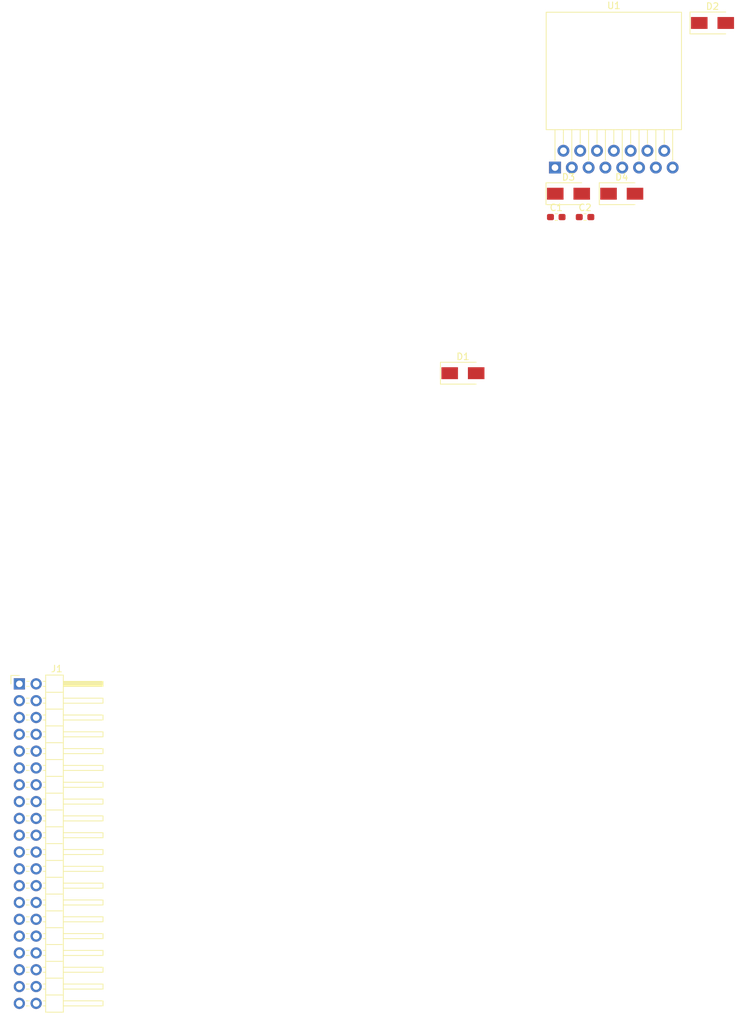
<source format=kicad_pcb>
(kicad_pcb (version 20190905) (host pcbnew "5.99.0-unknown-c3175b4~100~ubuntu16.04.1")

  (general
    (thickness 1.6)
    (drawings 0)
    (tracks 0)
    (modules 8)
    (nets 9)
  )

  (page "A4")
  (layers
    (0 "F.Cu" signal)
    (31 "B.Cu" signal)
    (32 "B.Adhes" user)
    (33 "F.Adhes" user)
    (34 "B.Paste" user)
    (35 "F.Paste" user)
    (36 "B.SilkS" user)
    (37 "F.SilkS" user)
    (38 "B.Mask" user)
    (39 "F.Mask" user)
    (40 "Dwgs.User" user)
    (41 "Cmts.User" user)
    (42 "Eco1.User" user)
    (43 "Eco2.User" user)
    (44 "Edge.Cuts" user)
    (45 "Margin" user)
    (46 "B.CrtYd" user)
    (47 "F.CrtYd" user)
    (48 "B.Fab" user)
    (49 "F.Fab" user)
  )

  (setup
    (last_trace_width 0.25)
    (trace_clearance 0.2)
    (zone_clearance 0.508)
    (zone_45_only no)
    (trace_min 0.2)
    (via_size 0.8)
    (via_drill 0.4)
    (via_min_size 0.4)
    (via_min_drill 0.3)
    (uvia_size 0.3)
    (uvia_drill 0.1)
    (uvias_allowed no)
    (uvia_min_size 0.2)
    (uvia_min_drill 0.1)
    (max_error 0.005)
    (defaults
      (edge_clearance 0.01)
      (edge_cuts_line_width 0.05)
      (courtyard_line_width 0.05)
      (copper_line_width 0.2)
      (copper_text_dims (size 1.5 1.5) (thickness 0.3))
      (silk_line_width 0.12)
      (silk_text_dims (size 1 1) (thickness 0.15))
      (other_layers_line_width 0.1)
      (other_layers_text_dims (size 1 1) (thickness 0.15))
    )
    (pad_size 1.524 1.524)
    (pad_drill 0.762)
    (pad_to_mask_clearance 0.051)
    (solder_mask_min_width 0.25)
    (aux_axis_origin 0 0)
    (visible_elements FFFFFF7F)
    (pcbplotparams
      (layerselection 0x010fc_ffffffff)
      (usegerberextensions false)
      (usegerberattributes false)
      (usegerberadvancedattributes false)
      (creategerberjobfile false)
      (excludeedgelayer true)
      (linewidth 0.100000)
      (plotframeref false)
      (viasonmask false)
      (mode 1)
      (useauxorigin false)
      (hpglpennumber 1)
      (hpglpenspeed 20)
      (hpglpendiameter 15.000000)
      (psnegative false)
      (psa4output false)
      (plotreference true)
      (plotvalue true)
      (plotinvisibletext false)
      (padsonsilk false)
      (subtractmaskfromsilk false)
      (outputformat 1)
      (mirror false)
      (drillshape 1)
      (scaleselection 1)
      (outputdirectory "")
    )
  )

  (net 0 "")
  (net 1 "GND")
  (net 2 "+5V")
  (net 3 "+12V")
  (net 4 "/M1")
  (net 5 "/M2")
  (net 6 "/ENA")
  (net 7 "/IN2")
  (net 8 "/IN1")

  (net_class "Default" "This is the default net class."
    (clearance 0.2)
    (trace_width 0.25)
    (via_dia 0.8)
    (via_drill 0.4)
    (uvia_dia 0.3)
    (uvia_drill 0.1)
    (add_net "+12V")
    (add_net "+5V")
    (add_net "/ENA")
    (add_net "/IN1")
    (add_net "/IN2")
    (add_net "/M1")
    (add_net "/M2")
    (add_net "GND")
  )

  (module "Package_TO_SOT_THT:TO-220-15_P2.54x2.54mm_StaggerOdd_Lead5.84mm_TabDown" (layer "F.Cu") (tedit 5AF05A31) (tstamp 5EABC58E)
    (at 157.135001 -60.204999)
    (descr "TO-220-15, Horizontal, RM 1.27mm, staggered type-1, see http://www.st.com/resource/en/datasheet/l298.pdf")
    (tags "TO-220-15 Horizontal RM 1.27mm staggered type-1")
    (path "/5EA63B0E")
    (fp_text reference "U1" (at 8.89 -24.46) (layer "F.SilkS")
      (effects (font (size 1 1) (thickness 0.15)))
    )
    (fp_text value "L298HN" (at 8.89 1.9) (layer "F.Fab")
      (effects (font (size 1 1) (thickness 0.15)))
    )
    (fp_text user "%R" (at 8.89 -24.46) (layer "F.Fab")
      (effects (font (size 1 1) (thickness 0.15)))
    )
    (fp_line (start 19.25 -23.59) (end -1.46 -23.59) (layer "F.CrtYd") (width 0.05))
    (fp_line (start 19.25 1.15) (end 19.25 -23.59) (layer "F.CrtYd") (width 0.05))
    (fp_line (start -1.46 1.15) (end 19.25 1.15) (layer "F.CrtYd") (width 0.05))
    (fp_line (start -1.46 -23.59) (end -1.46 1.15) (layer "F.CrtYd") (width 0.05))
    (fp_line (start 17.78 -5.72) (end 17.78 -1.065) (layer "F.SilkS") (width 0.12))
    (fp_line (start 16.51 -5.72) (end 16.51 -3.606) (layer "F.SilkS") (width 0.12))
    (fp_line (start 15.24 -5.72) (end 15.24 -1.065) (layer "F.SilkS") (width 0.12))
    (fp_line (start 13.97 -5.72) (end 13.97 -3.606) (layer "F.SilkS") (width 0.12))
    (fp_line (start 12.7 -5.72) (end 12.7 -1.065) (layer "F.SilkS") (width 0.12))
    (fp_line (start 11.43 -5.72) (end 11.43 -3.606) (layer "F.SilkS") (width 0.12))
    (fp_line (start 10.16 -5.72) (end 10.16 -1.065) (layer "F.SilkS") (width 0.12))
    (fp_line (start 8.89 -5.72) (end 8.89 -3.606) (layer "F.SilkS") (width 0.12))
    (fp_line (start 7.62 -5.72) (end 7.62 -1.065) (layer "F.SilkS") (width 0.12))
    (fp_line (start 6.35 -5.72) (end 6.35 -3.606) (layer "F.SilkS") (width 0.12))
    (fp_line (start 5.08 -5.72) (end 5.08 -1.065) (layer "F.SilkS") (width 0.12))
    (fp_line (start 3.81 -5.72) (end 3.81 -3.606) (layer "F.SilkS") (width 0.12))
    (fp_line (start 2.54 -5.72) (end 2.54 -1.065) (layer "F.SilkS") (width 0.12))
    (fp_line (start 1.27 -5.72) (end 1.27 -3.606) (layer "F.SilkS") (width 0.12))
    (fp_line (start 0 -5.72) (end 0 -1.05) (layer "F.SilkS") (width 0.12))
    (fp_line (start 19.11 -23.46) (end 19.11 -5.72) (layer "F.SilkS") (width 0.12))
    (fp_line (start -1.33 -23.46) (end -1.33 -5.72) (layer "F.SilkS") (width 0.12))
    (fp_line (start -1.33 -23.46) (end 19.11 -23.46) (layer "F.SilkS") (width 0.12))
    (fp_line (start -1.33 -5.72) (end 19.11 -5.72) (layer "F.SilkS") (width 0.12))
    (fp_line (start 17.78 -5.84) (end 17.78 0) (layer "F.Fab") (width 0.1))
    (fp_line (start 16.51 -5.84) (end 16.51 -2.54) (layer "F.Fab") (width 0.1))
    (fp_line (start 15.24 -5.84) (end 15.24 0) (layer "F.Fab") (width 0.1))
    (fp_line (start 13.97 -5.84) (end 13.97 -2.54) (layer "F.Fab") (width 0.1))
    (fp_line (start 12.7 -5.84) (end 12.7 0) (layer "F.Fab") (width 0.1))
    (fp_line (start 11.43 -5.84) (end 11.43 -2.54) (layer "F.Fab") (width 0.1))
    (fp_line (start 10.16 -5.84) (end 10.16 0) (layer "F.Fab") (width 0.1))
    (fp_line (start 8.89 -5.84) (end 8.89 -2.54) (layer "F.Fab") (width 0.1))
    (fp_line (start 7.62 -5.84) (end 7.62 0) (layer "F.Fab") (width 0.1))
    (fp_line (start 6.35 -5.84) (end 6.35 -2.54) (layer "F.Fab") (width 0.1))
    (fp_line (start 5.08 -5.84) (end 5.08 0) (layer "F.Fab") (width 0.1))
    (fp_line (start 3.81 -5.84) (end 3.81 -2.54) (layer "F.Fab") (width 0.1))
    (fp_line (start 2.54 -5.84) (end 2.54 0) (layer "F.Fab") (width 0.1))
    (fp_line (start 1.27 -5.84) (end 1.27 -2.54) (layer "F.Fab") (width 0.1))
    (fp_line (start 0 -5.84) (end 0 0) (layer "F.Fab") (width 0.1))
    (fp_line (start 18.99 -5.84) (end -1.21 -5.84) (layer "F.Fab") (width 0.1))
    (fp_line (start 18.99 -16.54) (end 18.99 -5.84) (layer "F.Fab") (width 0.1))
    (fp_line (start -1.21 -16.54) (end 18.99 -16.54) (layer "F.Fab") (width 0.1))
    (fp_line (start -1.21 -5.84) (end -1.21 -16.54) (layer "F.Fab") (width 0.1))
    (fp_line (start 18.99 -16.54) (end -1.21 -16.54) (layer "F.Fab") (width 0.1))
    (fp_line (start 18.99 -21.09) (end 18.99 -16.54) (layer "F.Fab") (width 0.1))
    (fp_line (start 16.74 -23.34) (end 18.99 -21.09) (layer "F.Fab") (width 0.1))
    (fp_line (start 1.041 -23.34) (end 16.74 -23.34) (layer "F.Fab") (width 0.1))
    (fp_line (start -1.21 -21.09) (end 1.041 -23.34) (layer "F.Fab") (width 0.1))
    (fp_line (start -1.21 -16.54) (end -1.21 -21.09) (layer "F.Fab") (width 0.1))
    (fp_circle (center 8.89 -20.54) (end 10.74 -20.54) (layer "F.Fab") (width 0.1))
    (pad "15" thru_hole oval (at 17.78 0) (size 1.8 1.8) (drill 1) (layers *.Cu *.Mask)
      (net 1 "GND"))
    (pad "14" thru_hole oval (at 16.51 -2.54) (size 1.8 1.8) (drill 1) (layers *.Cu *.Mask)
      (net 4 "/M1"))
    (pad "13" thru_hole oval (at 15.24 0) (size 1.8 1.8) (drill 1) (layers *.Cu *.Mask)
      (net 5 "/M2"))
    (pad "12" thru_hole oval (at 13.97 -2.54) (size 1.8 1.8) (drill 1) (layers *.Cu *.Mask)
      (net 8 "/IN1"))
    (pad "11" thru_hole oval (at 12.7 0) (size 1.8 1.8) (drill 1) (layers *.Cu *.Mask)
      (net 6 "/ENA"))
    (pad "10" thru_hole oval (at 11.43 -2.54) (size 1.8 1.8) (drill 1) (layers *.Cu *.Mask)
      (net 7 "/IN2"))
    (pad "9" thru_hole oval (at 10.16 0) (size 1.8 1.8) (drill 1) (layers *.Cu *.Mask)
      (net 2 "+5V"))
    (pad "8" thru_hole oval (at 8.89 -2.54) (size 1.8 1.8) (drill 1) (layers *.Cu *.Mask)
      (net 1 "GND"))
    (pad "7" thru_hole oval (at 7.62 0) (size 1.8 1.8) (drill 1) (layers *.Cu *.Mask)
      (net 7 "/IN2"))
    (pad "6" thru_hole oval (at 6.35 -2.54) (size 1.8 1.8) (drill 1) (layers *.Cu *.Mask)
      (net 6 "/ENA"))
    (pad "5" thru_hole oval (at 5.08 0) (size 1.8 1.8) (drill 1) (layers *.Cu *.Mask)
      (net 8 "/IN1"))
    (pad "4" thru_hole oval (at 3.81 -2.54) (size 1.8 1.8) (drill 1) (layers *.Cu *.Mask)
      (net 3 "+12V"))
    (pad "3" thru_hole oval (at 2.54 0) (size 1.8 1.8) (drill 1) (layers *.Cu *.Mask)
      (net 5 "/M2"))
    (pad "2" thru_hole oval (at 1.27 -2.54) (size 1.8 1.8) (drill 1) (layers *.Cu *.Mask)
      (net 4 "/M1"))
    (pad "1" thru_hole rect (at 0 0) (size 1.8 1.8) (drill 1) (layers *.Cu *.Mask)
      (net 1 "GND"))
    (pad "" np_thru_hole oval (at 8.89 -20.54) (size 3.5 3.5) (drill 3.5) (layers *.Cu *.Mask))
    (model "${KISYS3DMOD}/Package_TO_SOT_THT.3dshapes/TO-220-15_P2.54x2.54mm_StaggerOdd_Lead5.84mm_TabDown.wrl"
      (at (xyz 0 0 0))
      (scale (xyz 1 1 1))
      (rotate (xyz 0 0 0))
    )
  )

  (module "Connector_PinHeader_2.54mm:PinHeader_2x20_P2.54mm_Horizontal" (layer "F.Cu") (tedit 59FED5CB) (tstamp 5EABC548)
    (at 76.2 17.78)
    (descr "Through hole angled pin header, 2x20, 2.54mm pitch, 6mm pin length, double rows")
    (tags "Through hole angled pin header THT 2x20 2.54mm double row")
    (path "/5EE9FC10")
    (fp_text reference "J1" (at 5.655 -2.27) (layer "F.SilkS")
      (effects (font (size 1 1) (thickness 0.15)))
    )
    (fp_text value "Conn_02x18_Odd_Even" (at 5.655 50.53) (layer "F.Fab")
      (effects (font (size 1 1) (thickness 0.15)))
    )
    (fp_text user "%R" (at 5.31 24.13 90) (layer "F.Fab")
      (effects (font (size 1 1) (thickness 0.15)))
    )
    (fp_line (start 13.1 -1.8) (end -1.8 -1.8) (layer "F.CrtYd") (width 0.05))
    (fp_line (start 13.1 50.05) (end 13.1 -1.8) (layer "F.CrtYd") (width 0.05))
    (fp_line (start -1.8 50.05) (end 13.1 50.05) (layer "F.CrtYd") (width 0.05))
    (fp_line (start -1.8 -1.8) (end -1.8 50.05) (layer "F.CrtYd") (width 0.05))
    (fp_line (start -1.27 -1.27) (end 0 -1.27) (layer "F.SilkS") (width 0.12))
    (fp_line (start -1.27 0) (end -1.27 -1.27) (layer "F.SilkS") (width 0.12))
    (fp_line (start 1.042929 48.64) (end 1.497071 48.64) (layer "F.SilkS") (width 0.12))
    (fp_line (start 1.042929 47.88) (end 1.497071 47.88) (layer "F.SilkS") (width 0.12))
    (fp_line (start 3.582929 48.64) (end 3.98 48.64) (layer "F.SilkS") (width 0.12))
    (fp_line (start 3.582929 47.88) (end 3.98 47.88) (layer "F.SilkS") (width 0.12))
    (fp_line (start 12.64 48.64) (end 6.64 48.64) (layer "F.SilkS") (width 0.12))
    (fp_line (start 12.64 47.88) (end 12.64 48.64) (layer "F.SilkS") (width 0.12))
    (fp_line (start 6.64 47.88) (end 12.64 47.88) (layer "F.SilkS") (width 0.12))
    (fp_line (start 3.98 46.99) (end 6.64 46.99) (layer "F.SilkS") (width 0.12))
    (fp_line (start 1.042929 46.1) (end 1.497071 46.1) (layer "F.SilkS") (width 0.12))
    (fp_line (start 1.042929 45.34) (end 1.497071 45.34) (layer "F.SilkS") (width 0.12))
    (fp_line (start 3.582929 46.1) (end 3.98 46.1) (layer "F.SilkS") (width 0.12))
    (fp_line (start 3.582929 45.34) (end 3.98 45.34) (layer "F.SilkS") (width 0.12))
    (fp_line (start 12.64 46.1) (end 6.64 46.1) (layer "F.SilkS") (width 0.12))
    (fp_line (start 12.64 45.34) (end 12.64 46.1) (layer "F.SilkS") (width 0.12))
    (fp_line (start 6.64 45.34) (end 12.64 45.34) (layer "F.SilkS") (width 0.12))
    (fp_line (start 3.98 44.45) (end 6.64 44.45) (layer "F.SilkS") (width 0.12))
    (fp_line (start 1.042929 43.56) (end 1.497071 43.56) (layer "F.SilkS") (width 0.12))
    (fp_line (start 1.042929 42.8) (end 1.497071 42.8) (layer "F.SilkS") (width 0.12))
    (fp_line (start 3.582929 43.56) (end 3.98 43.56) (layer "F.SilkS") (width 0.12))
    (fp_line (start 3.582929 42.8) (end 3.98 42.8) (layer "F.SilkS") (width 0.12))
    (fp_line (start 12.64 43.56) (end 6.64 43.56) (layer "F.SilkS") (width 0.12))
    (fp_line (start 12.64 42.8) (end 12.64 43.56) (layer "F.SilkS") (width 0.12))
    (fp_line (start 6.64 42.8) (end 12.64 42.8) (layer "F.SilkS") (width 0.12))
    (fp_line (start 3.98 41.91) (end 6.64 41.91) (layer "F.SilkS") (width 0.12))
    (fp_line (start 1.042929 41.02) (end 1.497071 41.02) (layer "F.SilkS") (width 0.12))
    (fp_line (start 1.042929 40.26) (end 1.497071 40.26) (layer "F.SilkS") (width 0.12))
    (fp_line (start 3.582929 41.02) (end 3.98 41.02) (layer "F.SilkS") (width 0.12))
    (fp_line (start 3.582929 40.26) (end 3.98 40.26) (layer "F.SilkS") (width 0.12))
    (fp_line (start 12.64 41.02) (end 6.64 41.02) (layer "F.SilkS") (width 0.12))
    (fp_line (start 12.64 40.26) (end 12.64 41.02) (layer "F.SilkS") (width 0.12))
    (fp_line (start 6.64 40.26) (end 12.64 40.26) (layer "F.SilkS") (width 0.12))
    (fp_line (start 3.98 39.37) (end 6.64 39.37) (layer "F.SilkS") (width 0.12))
    (fp_line (start 1.042929 38.48) (end 1.497071 38.48) (layer "F.SilkS") (width 0.12))
    (fp_line (start 1.042929 37.72) (end 1.497071 37.72) (layer "F.SilkS") (width 0.12))
    (fp_line (start 3.582929 38.48) (end 3.98 38.48) (layer "F.SilkS") (width 0.12))
    (fp_line (start 3.582929 37.72) (end 3.98 37.72) (layer "F.SilkS") (width 0.12))
    (fp_line (start 12.64 38.48) (end 6.64 38.48) (layer "F.SilkS") (width 0.12))
    (fp_line (start 12.64 37.72) (end 12.64 38.48) (layer "F.SilkS") (width 0.12))
    (fp_line (start 6.64 37.72) (end 12.64 37.72) (layer "F.SilkS") (width 0.12))
    (fp_line (start 3.98 36.83) (end 6.64 36.83) (layer "F.SilkS") (width 0.12))
    (fp_line (start 1.042929 35.94) (end 1.497071 35.94) (layer "F.SilkS") (width 0.12))
    (fp_line (start 1.042929 35.18) (end 1.497071 35.18) (layer "F.SilkS") (width 0.12))
    (fp_line (start 3.582929 35.94) (end 3.98 35.94) (layer "F.SilkS") (width 0.12))
    (fp_line (start 3.582929 35.18) (end 3.98 35.18) (layer "F.SilkS") (width 0.12))
    (fp_line (start 12.64 35.94) (end 6.64 35.94) (layer "F.SilkS") (width 0.12))
    (fp_line (start 12.64 35.18) (end 12.64 35.94) (layer "F.SilkS") (width 0.12))
    (fp_line (start 6.64 35.18) (end 12.64 35.18) (layer "F.SilkS") (width 0.12))
    (fp_line (start 3.98 34.29) (end 6.64 34.29) (layer "F.SilkS") (width 0.12))
    (fp_line (start 1.042929 33.4) (end 1.497071 33.4) (layer "F.SilkS") (width 0.12))
    (fp_line (start 1.042929 32.64) (end 1.497071 32.64) (layer "F.SilkS") (width 0.12))
    (fp_line (start 3.582929 33.4) (end 3.98 33.4) (layer "F.SilkS") (width 0.12))
    (fp_line (start 3.582929 32.64) (end 3.98 32.64) (layer "F.SilkS") (width 0.12))
    (fp_line (start 12.64 33.4) (end 6.64 33.4) (layer "F.SilkS") (width 0.12))
    (fp_line (start 12.64 32.64) (end 12.64 33.4) (layer "F.SilkS") (width 0.12))
    (fp_line (start 6.64 32.64) (end 12.64 32.64) (layer "F.SilkS") (width 0.12))
    (fp_line (start 3.98 31.75) (end 6.64 31.75) (layer "F.SilkS") (width 0.12))
    (fp_line (start 1.042929 30.86) (end 1.497071 30.86) (layer "F.SilkS") (width 0.12))
    (fp_line (start 1.042929 30.1) (end 1.497071 30.1) (layer "F.SilkS") (width 0.12))
    (fp_line (start 3.582929 30.86) (end 3.98 30.86) (layer "F.SilkS") (width 0.12))
    (fp_line (start 3.582929 30.1) (end 3.98 30.1) (layer "F.SilkS") (width 0.12))
    (fp_line (start 12.64 30.86) (end 6.64 30.86) (layer "F.SilkS") (width 0.12))
    (fp_line (start 12.64 30.1) (end 12.64 30.86) (layer "F.SilkS") (width 0.12))
    (fp_line (start 6.64 30.1) (end 12.64 30.1) (layer "F.SilkS") (width 0.12))
    (fp_line (start 3.98 29.21) (end 6.64 29.21) (layer "F.SilkS") (width 0.12))
    (fp_line (start 1.042929 28.32) (end 1.497071 28.32) (layer "F.SilkS") (width 0.12))
    (fp_line (start 1.042929 27.56) (end 1.497071 27.56) (layer "F.SilkS") (width 0.12))
    (fp_line (start 3.582929 28.32) (end 3.98 28.32) (layer "F.SilkS") (width 0.12))
    (fp_line (start 3.582929 27.56) (end 3.98 27.56) (layer "F.SilkS") (width 0.12))
    (fp_line (start 12.64 28.32) (end 6.64 28.32) (layer "F.SilkS") (width 0.12))
    (fp_line (start 12.64 27.56) (end 12.64 28.32) (layer "F.SilkS") (width 0.12))
    (fp_line (start 6.64 27.56) (end 12.64 27.56) (layer "F.SilkS") (width 0.12))
    (fp_line (start 3.98 26.67) (end 6.64 26.67) (layer "F.SilkS") (width 0.12))
    (fp_line (start 1.042929 25.78) (end 1.497071 25.78) (layer "F.SilkS") (width 0.12))
    (fp_line (start 1.042929 25.02) (end 1.497071 25.02) (layer "F.SilkS") (width 0.12))
    (fp_line (start 3.582929 25.78) (end 3.98 25.78) (layer "F.SilkS") (width 0.12))
    (fp_line (start 3.582929 25.02) (end 3.98 25.02) (layer "F.SilkS") (width 0.12))
    (fp_line (start 12.64 25.78) (end 6.64 25.78) (layer "F.SilkS") (width 0.12))
    (fp_line (start 12.64 25.02) (end 12.64 25.78) (layer "F.SilkS") (width 0.12))
    (fp_line (start 6.64 25.02) (end 12.64 25.02) (layer "F.SilkS") (width 0.12))
    (fp_line (start 3.98 24.13) (end 6.64 24.13) (layer "F.SilkS") (width 0.12))
    (fp_line (start 1.042929 23.24) (end 1.497071 23.24) (layer "F.SilkS") (width 0.12))
    (fp_line (start 1.042929 22.48) (end 1.497071 22.48) (layer "F.SilkS") (width 0.12))
    (fp_line (start 3.582929 23.24) (end 3.98 23.24) (layer "F.SilkS") (width 0.12))
    (fp_line (start 3.582929 22.48) (end 3.98 22.48) (layer "F.SilkS") (width 0.12))
    (fp_line (start 12.64 23.24) (end 6.64 23.24) (layer "F.SilkS") (width 0.12))
    (fp_line (start 12.64 22.48) (end 12.64 23.24) (layer "F.SilkS") (width 0.12))
    (fp_line (start 6.64 22.48) (end 12.64 22.48) (layer "F.SilkS") (width 0.12))
    (fp_line (start 3.98 21.59) (end 6.64 21.59) (layer "F.SilkS") (width 0.12))
    (fp_line (start 1.042929 20.7) (end 1.497071 20.7) (layer "F.SilkS") (width 0.12))
    (fp_line (start 1.042929 19.94) (end 1.497071 19.94) (layer "F.SilkS") (width 0.12))
    (fp_line (start 3.582929 20.7) (end 3.98 20.7) (layer "F.SilkS") (width 0.12))
    (fp_line (start 3.582929 19.94) (end 3.98 19.94) (layer "F.SilkS") (width 0.12))
    (fp_line (start 12.64 20.7) (end 6.64 20.7) (layer "F.SilkS") (width 0.12))
    (fp_line (start 12.64 19.94) (end 12.64 20.7) (layer "F.SilkS") (width 0.12))
    (fp_line (start 6.64 19.94) (end 12.64 19.94) (layer "F.SilkS") (width 0.12))
    (fp_line (start 3.98 19.05) (end 6.64 19.05) (layer "F.SilkS") (width 0.12))
    (fp_line (start 1.042929 18.16) (end 1.497071 18.16) (layer "F.SilkS") (width 0.12))
    (fp_line (start 1.042929 17.4) (end 1.497071 17.4) (layer "F.SilkS") (width 0.12))
    (fp_line (start 3.582929 18.16) (end 3.98 18.16) (layer "F.SilkS") (width 0.12))
    (fp_line (start 3.582929 17.4) (end 3.98 17.4) (layer "F.SilkS") (width 0.12))
    (fp_line (start 12.64 18.16) (end 6.64 18.16) (layer "F.SilkS") (width 0.12))
    (fp_line (start 12.64 17.4) (end 12.64 18.16) (layer "F.SilkS") (width 0.12))
    (fp_line (start 6.64 17.4) (end 12.64 17.4) (layer "F.SilkS") (width 0.12))
    (fp_line (start 3.98 16.51) (end 6.64 16.51) (layer "F.SilkS") (width 0.12))
    (fp_line (start 1.042929 15.62) (end 1.497071 15.62) (layer "F.SilkS") (width 0.12))
    (fp_line (start 1.042929 14.86) (end 1.497071 14.86) (layer "F.SilkS") (width 0.12))
    (fp_line (start 3.582929 15.62) (end 3.98 15.62) (layer "F.SilkS") (width 0.12))
    (fp_line (start 3.582929 14.86) (end 3.98 14.86) (layer "F.SilkS") (width 0.12))
    (fp_line (start 12.64 15.62) (end 6.64 15.62) (layer "F.SilkS") (width 0.12))
    (fp_line (start 12.64 14.86) (end 12.64 15.62) (layer "F.SilkS") (width 0.12))
    (fp_line (start 6.64 14.86) (end 12.64 14.86) (layer "F.SilkS") (width 0.12))
    (fp_line (start 3.98 13.97) (end 6.64 13.97) (layer "F.SilkS") (width 0.12))
    (fp_line (start 1.042929 13.08) (end 1.497071 13.08) (layer "F.SilkS") (width 0.12))
    (fp_line (start 1.042929 12.32) (end 1.497071 12.32) (layer "F.SilkS") (width 0.12))
    (fp_line (start 3.582929 13.08) (end 3.98 13.08) (layer "F.SilkS") (width 0.12))
    (fp_line (start 3.582929 12.32) (end 3.98 12.32) (layer "F.SilkS") (width 0.12))
    (fp_line (start 12.64 13.08) (end 6.64 13.08) (layer "F.SilkS") (width 0.12))
    (fp_line (start 12.64 12.32) (end 12.64 13.08) (layer "F.SilkS") (width 0.12))
    (fp_line (start 6.64 12.32) (end 12.64 12.32) (layer "F.SilkS") (width 0.12))
    (fp_line (start 3.98 11.43) (end 6.64 11.43) (layer "F.SilkS") (width 0.12))
    (fp_line (start 1.042929 10.54) (end 1.497071 10.54) (layer "F.SilkS") (width 0.12))
    (fp_line (start 1.042929 9.78) (end 1.497071 9.78) (layer "F.SilkS") (width 0.12))
    (fp_line (start 3.582929 10.54) (end 3.98 10.54) (layer "F.SilkS") (width 0.12))
    (fp_line (start 3.582929 9.78) (end 3.98 9.78) (layer "F.SilkS") (width 0.12))
    (fp_line (start 12.64 10.54) (end 6.64 10.54) (layer "F.SilkS") (width 0.12))
    (fp_line (start 12.64 9.78) (end 12.64 10.54) (layer "F.SilkS") (width 0.12))
    (fp_line (start 6.64 9.78) (end 12.64 9.78) (layer "F.SilkS") (width 0.12))
    (fp_line (start 3.98 8.89) (end 6.64 8.89) (layer "F.SilkS") (width 0.12))
    (fp_line (start 1.042929 8) (end 1.497071 8) (layer "F.SilkS") (width 0.12))
    (fp_line (start 1.042929 7.24) (end 1.497071 7.24) (layer "F.SilkS") (width 0.12))
    (fp_line (start 3.582929 8) (end 3.98 8) (layer "F.SilkS") (width 0.12))
    (fp_line (start 3.582929 7.24) (end 3.98 7.24) (layer "F.SilkS") (width 0.12))
    (fp_line (start 12.64 8) (end 6.64 8) (layer "F.SilkS") (width 0.12))
    (fp_line (start 12.64 7.24) (end 12.64 8) (layer "F.SilkS") (width 0.12))
    (fp_line (start 6.64 7.24) (end 12.64 7.24) (layer "F.SilkS") (width 0.12))
    (fp_line (start 3.98 6.35) (end 6.64 6.35) (layer "F.SilkS") (width 0.12))
    (fp_line (start 1.042929 5.46) (end 1.497071 5.46) (layer "F.SilkS") (width 0.12))
    (fp_line (start 1.042929 4.7) (end 1.497071 4.7) (layer "F.SilkS") (width 0.12))
    (fp_line (start 3.582929 5.46) (end 3.98 5.46) (layer "F.SilkS") (width 0.12))
    (fp_line (start 3.582929 4.7) (end 3.98 4.7) (layer "F.SilkS") (width 0.12))
    (fp_line (start 12.64 5.46) (end 6.64 5.46) (layer "F.SilkS") (width 0.12))
    (fp_line (start 12.64 4.7) (end 12.64 5.46) (layer "F.SilkS") (width 0.12))
    (fp_line (start 6.64 4.7) (end 12.64 4.7) (layer "F.SilkS") (width 0.12))
    (fp_line (start 3.98 3.81) (end 6.64 3.81) (layer "F.SilkS") (width 0.12))
    (fp_line (start 1.042929 2.92) (end 1.497071 2.92) (layer "F.SilkS") (width 0.12))
    (fp_line (start 1.042929 2.16) (end 1.497071 2.16) (layer "F.SilkS") (width 0.12))
    (fp_line (start 3.582929 2.92) (end 3.98 2.92) (layer "F.SilkS") (width 0.12))
    (fp_line (start 3.582929 2.16) (end 3.98 2.16) (layer "F.SilkS") (width 0.12))
    (fp_line (start 12.64 2.92) (end 6.64 2.92) (layer "F.SilkS") (width 0.12))
    (fp_line (start 12.64 2.16) (end 12.64 2.92) (layer "F.SilkS") (width 0.12))
    (fp_line (start 6.64 2.16) (end 12.64 2.16) (layer "F.SilkS") (width 0.12))
    (fp_line (start 3.98 1.27) (end 6.64 1.27) (layer "F.SilkS") (width 0.12))
    (fp_line (start 1.11 0.38) (end 1.497071 0.38) (layer "F.SilkS") (width 0.12))
    (fp_line (start 1.11 -0.38) (end 1.497071 -0.38) (layer "F.SilkS") (width 0.12))
    (fp_line (start 3.582929 0.38) (end 3.98 0.38) (layer "F.SilkS") (width 0.12))
    (fp_line (start 3.582929 -0.38) (end 3.98 -0.38) (layer "F.SilkS") (width 0.12))
    (fp_line (start 6.64 0.28) (end 12.64 0.28) (layer "F.SilkS") (width 0.12))
    (fp_line (start 6.64 0.16) (end 12.64 0.16) (layer "F.SilkS") (width 0.12))
    (fp_line (start 6.64 0.04) (end 12.64 0.04) (layer "F.SilkS") (width 0.12))
    (fp_line (start 6.64 -0.08) (end 12.64 -0.08) (layer "F.SilkS") (width 0.12))
    (fp_line (start 6.64 -0.2) (end 12.64 -0.2) (layer "F.SilkS") (width 0.12))
    (fp_line (start 6.64 -0.32) (end 12.64 -0.32) (layer "F.SilkS") (width 0.12))
    (fp_line (start 12.64 0.38) (end 6.64 0.38) (layer "F.SilkS") (width 0.12))
    (fp_line (start 12.64 -0.38) (end 12.64 0.38) (layer "F.SilkS") (width 0.12))
    (fp_line (start 6.64 -0.38) (end 12.64 -0.38) (layer "F.SilkS") (width 0.12))
    (fp_line (start 6.64 -1.33) (end 3.98 -1.33) (layer "F.SilkS") (width 0.12))
    (fp_line (start 6.64 49.59) (end 6.64 -1.33) (layer "F.SilkS") (width 0.12))
    (fp_line (start 3.98 49.59) (end 6.64 49.59) (layer "F.SilkS") (width 0.12))
    (fp_line (start 3.98 -1.33) (end 3.98 49.59) (layer "F.SilkS") (width 0.12))
    (fp_line (start 6.58 48.58) (end 12.58 48.58) (layer "F.Fab") (width 0.1))
    (fp_line (start 12.58 47.94) (end 12.58 48.58) (layer "F.Fab") (width 0.1))
    (fp_line (start 6.58 47.94) (end 12.58 47.94) (layer "F.Fab") (width 0.1))
    (fp_line (start -0.32 48.58) (end 4.04 48.58) (layer "F.Fab") (width 0.1))
    (fp_line (start -0.32 47.94) (end -0.32 48.58) (layer "F.Fab") (width 0.1))
    (fp_line (start -0.32 47.94) (end 4.04 47.94) (layer "F.Fab") (width 0.1))
    (fp_line (start 6.58 46.04) (end 12.58 46.04) (layer "F.Fab") (width 0.1))
    (fp_line (start 12.58 45.4) (end 12.58 46.04) (layer "F.Fab") (width 0.1))
    (fp_line (start 6.58 45.4) (end 12.58 45.4) (layer "F.Fab") (width 0.1))
    (fp_line (start -0.32 46.04) (end 4.04 46.04) (layer "F.Fab") (width 0.1))
    (fp_line (start -0.32 45.4) (end -0.32 46.04) (layer "F.Fab") (width 0.1))
    (fp_line (start -0.32 45.4) (end 4.04 45.4) (layer "F.Fab") (width 0.1))
    (fp_line (start 6.58 43.5) (end 12.58 43.5) (layer "F.Fab") (width 0.1))
    (fp_line (start 12.58 42.86) (end 12.58 43.5) (layer "F.Fab") (width 0.1))
    (fp_line (start 6.58 42.86) (end 12.58 42.86) (layer "F.Fab") (width 0.1))
    (fp_line (start -0.32 43.5) (end 4.04 43.5) (layer "F.Fab") (width 0.1))
    (fp_line (start -0.32 42.86) (end -0.32 43.5) (layer "F.Fab") (width 0.1))
    (fp_line (start -0.32 42.86) (end 4.04 42.86) (layer "F.Fab") (width 0.1))
    (fp_line (start 6.58 40.96) (end 12.58 40.96) (layer "F.Fab") (width 0.1))
    (fp_line (start 12.58 40.32) (end 12.58 40.96) (layer "F.Fab") (width 0.1))
    (fp_line (start 6.58 40.32) (end 12.58 40.32) (layer "F.Fab") (width 0.1))
    (fp_line (start -0.32 40.96) (end 4.04 40.96) (layer "F.Fab") (width 0.1))
    (fp_line (start -0.32 40.32) (end -0.32 40.96) (layer "F.Fab") (width 0.1))
    (fp_line (start -0.32 40.32) (end 4.04 40.32) (layer "F.Fab") (width 0.1))
    (fp_line (start 6.58 38.42) (end 12.58 38.42) (layer "F.Fab") (width 0.1))
    (fp_line (start 12.58 37.78) (end 12.58 38.42) (layer "F.Fab") (width 0.1))
    (fp_line (start 6.58 37.78) (end 12.58 37.78) (layer "F.Fab") (width 0.1))
    (fp_line (start -0.32 38.42) (end 4.04 38.42) (layer "F.Fab") (width 0.1))
    (fp_line (start -0.32 37.78) (end -0.32 38.42) (layer "F.Fab") (width 0.1))
    (fp_line (start -0.32 37.78) (end 4.04 37.78) (layer "F.Fab") (width 0.1))
    (fp_line (start 6.58 35.88) (end 12.58 35.88) (layer "F.Fab") (width 0.1))
    (fp_line (start 12.58 35.24) (end 12.58 35.88) (layer "F.Fab") (width 0.1))
    (fp_line (start 6.58 35.24) (end 12.58 35.24) (layer "F.Fab") (width 0.1))
    (fp_line (start -0.32 35.88) (end 4.04 35.88) (layer "F.Fab") (width 0.1))
    (fp_line (start -0.32 35.24) (end -0.32 35.88) (layer "F.Fab") (width 0.1))
    (fp_line (start -0.32 35.24) (end 4.04 35.24) (layer "F.Fab") (width 0.1))
    (fp_line (start 6.58 33.34) (end 12.58 33.34) (layer "F.Fab") (width 0.1))
    (fp_line (start 12.58 32.7) (end 12.58 33.34) (layer "F.Fab") (width 0.1))
    (fp_line (start 6.58 32.7) (end 12.58 32.7) (layer "F.Fab") (width 0.1))
    (fp_line (start -0.32 33.34) (end 4.04 33.34) (layer "F.Fab") (width 0.1))
    (fp_line (start -0.32 32.7) (end -0.32 33.34) (layer "F.Fab") (width 0.1))
    (fp_line (start -0.32 32.7) (end 4.04 32.7) (layer "F.Fab") (width 0.1))
    (fp_line (start 6.58 30.8) (end 12.58 30.8) (layer "F.Fab") (width 0.1))
    (fp_line (start 12.58 30.16) (end 12.58 30.8) (layer "F.Fab") (width 0.1))
    (fp_line (start 6.58 30.16) (end 12.58 30.16) (layer "F.Fab") (width 0.1))
    (fp_line (start -0.32 30.8) (end 4.04 30.8) (layer "F.Fab") (width 0.1))
    (fp_line (start -0.32 30.16) (end -0.32 30.8) (layer "F.Fab") (width 0.1))
    (fp_line (start -0.32 30.16) (end 4.04 30.16) (layer "F.Fab") (width 0.1))
    (fp_line (start 6.58 28.26) (end 12.58 28.26) (layer "F.Fab") (width 0.1))
    (fp_line (start 12.58 27.62) (end 12.58 28.26) (layer "F.Fab") (width 0.1))
    (fp_line (start 6.58 27.62) (end 12.58 27.62) (layer "F.Fab") (width 0.1))
    (fp_line (start -0.32 28.26) (end 4.04 28.26) (layer "F.Fab") (width 0.1))
    (fp_line (start -0.32 27.62) (end -0.32 28.26) (layer "F.Fab") (width 0.1))
    (fp_line (start -0.32 27.62) (end 4.04 27.62) (layer "F.Fab") (width 0.1))
    (fp_line (start 6.58 25.72) (end 12.58 25.72) (layer "F.Fab") (width 0.1))
    (fp_line (start 12.58 25.08) (end 12.58 25.72) (layer "F.Fab") (width 0.1))
    (fp_line (start 6.58 25.08) (end 12.58 25.08) (layer "F.Fab") (width 0.1))
    (fp_line (start -0.32 25.72) (end 4.04 25.72) (layer "F.Fab") (width 0.1))
    (fp_line (start -0.32 25.08) (end -0.32 25.72) (layer "F.Fab") (width 0.1))
    (fp_line (start -0.32 25.08) (end 4.04 25.08) (layer "F.Fab") (width 0.1))
    (fp_line (start 6.58 23.18) (end 12.58 23.18) (layer "F.Fab") (width 0.1))
    (fp_line (start 12.58 22.54) (end 12.58 23.18) (layer "F.Fab") (width 0.1))
    (fp_line (start 6.58 22.54) (end 12.58 22.54) (layer "F.Fab") (width 0.1))
    (fp_line (start -0.32 23.18) (end 4.04 23.18) (layer "F.Fab") (width 0.1))
    (fp_line (start -0.32 22.54) (end -0.32 23.18) (layer "F.Fab") (width 0.1))
    (fp_line (start -0.32 22.54) (end 4.04 22.54) (layer "F.Fab") (width 0.1))
    (fp_line (start 6.58 20.64) (end 12.58 20.64) (layer "F.Fab") (width 0.1))
    (fp_line (start 12.58 20) (end 12.58 20.64) (layer "F.Fab") (width 0.1))
    (fp_line (start 6.58 20) (end 12.58 20) (layer "F.Fab") (width 0.1))
    (fp_line (start -0.32 20.64) (end 4.04 20.64) (layer "F.Fab") (width 0.1))
    (fp_line (start -0.32 20) (end -0.32 20.64) (layer "F.Fab") (width 0.1))
    (fp_line (start -0.32 20) (end 4.04 20) (layer "F.Fab") (width 0.1))
    (fp_line (start 6.58 18.1) (end 12.58 18.1) (layer "F.Fab") (width 0.1))
    (fp_line (start 12.58 17.46) (end 12.58 18.1) (layer "F.Fab") (width 0.1))
    (fp_line (start 6.58 17.46) (end 12.58 17.46) (layer "F.Fab") (width 0.1))
    (fp_line (start -0.32 18.1) (end 4.04 18.1) (layer "F.Fab") (width 0.1))
    (fp_line (start -0.32 17.46) (end -0.32 18.1) (layer "F.Fab") (width 0.1))
    (fp_line (start -0.32 17.46) (end 4.04 17.46) (layer "F.Fab") (width 0.1))
    (fp_line (start 6.58 15.56) (end 12.58 15.56) (layer "F.Fab") (width 0.1))
    (fp_line (start 12.58 14.92) (end 12.58 15.56) (layer "F.Fab") (width 0.1))
    (fp_line (start 6.58 14.92) (end 12.58 14.92) (layer "F.Fab") (width 0.1))
    (fp_line (start -0.32 15.56) (end 4.04 15.56) (layer "F.Fab") (width 0.1))
    (fp_line (start -0.32 14.92) (end -0.32 15.56) (layer "F.Fab") (width 0.1))
    (fp_line (start -0.32 14.92) (end 4.04 14.92) (layer "F.Fab") (width 0.1))
    (fp_line (start 6.58 13.02) (end 12.58 13.02) (layer "F.Fab") (width 0.1))
    (fp_line (start 12.58 12.38) (end 12.58 13.02) (layer "F.Fab") (width 0.1))
    (fp_line (start 6.58 12.38) (end 12.58 12.38) (layer "F.Fab") (width 0.1))
    (fp_line (start -0.32 13.02) (end 4.04 13.02) (layer "F.Fab") (width 0.1))
    (fp_line (start -0.32 12.38) (end -0.32 13.02) (layer "F.Fab") (width 0.1))
    (fp_line (start -0.32 12.38) (end 4.04 12.38) (layer "F.Fab") (width 0.1))
    (fp_line (start 6.58 10.48) (end 12.58 10.48) (layer "F.Fab") (width 0.1))
    (fp_line (start 12.58 9.84) (end 12.58 10.48) (layer "F.Fab") (width 0.1))
    (fp_line (start 6.58 9.84) (end 12.58 9.84) (layer "F.Fab") (width 0.1))
    (fp_line (start -0.32 10.48) (end 4.04 10.48) (layer "F.Fab") (width 0.1))
    (fp_line (start -0.32 9.84) (end -0.32 10.48) (layer "F.Fab") (width 0.1))
    (fp_line (start -0.32 9.84) (end 4.04 9.84) (layer "F.Fab") (width 0.1))
    (fp_line (start 6.58 7.94) (end 12.58 7.94) (layer "F.Fab") (width 0.1))
    (fp_line (start 12.58 7.3) (end 12.58 7.94) (layer "F.Fab") (width 0.1))
    (fp_line (start 6.58 7.3) (end 12.58 7.3) (layer "F.Fab") (width 0.1))
    (fp_line (start -0.32 7.94) (end 4.04 7.94) (layer "F.Fab") (width 0.1))
    (fp_line (start -0.32 7.3) (end -0.32 7.94) (layer "F.Fab") (width 0.1))
    (fp_line (start -0.32 7.3) (end 4.04 7.3) (layer "F.Fab") (width 0.1))
    (fp_line (start 6.58 5.4) (end 12.58 5.4) (layer "F.Fab") (width 0.1))
    (fp_line (start 12.58 4.76) (end 12.58 5.4) (layer "F.Fab") (width 0.1))
    (fp_line (start 6.58 4.76) (end 12.58 4.76) (layer "F.Fab") (width 0.1))
    (fp_line (start -0.32 5.4) (end 4.04 5.4) (layer "F.Fab") (width 0.1))
    (fp_line (start -0.32 4.76) (end -0.32 5.4) (layer "F.Fab") (width 0.1))
    (fp_line (start -0.32 4.76) (end 4.04 4.76) (layer "F.Fab") (width 0.1))
    (fp_line (start 6.58 2.86) (end 12.58 2.86) (layer "F.Fab") (width 0.1))
    (fp_line (start 12.58 2.22) (end 12.58 2.86) (layer "F.Fab") (width 0.1))
    (fp_line (start 6.58 2.22) (end 12.58 2.22) (layer "F.Fab") (width 0.1))
    (fp_line (start -0.32 2.86) (end 4.04 2.86) (layer "F.Fab") (width 0.1))
    (fp_line (start -0.32 2.22) (end -0.32 2.86) (layer "F.Fab") (width 0.1))
    (fp_line (start -0.32 2.22) (end 4.04 2.22) (layer "F.Fab") (width 0.1))
    (fp_line (start 6.58 0.32) (end 12.58 0.32) (layer "F.Fab") (width 0.1))
    (fp_line (start 12.58 -0.32) (end 12.58 0.32) (layer "F.Fab") (width 0.1))
    (fp_line (start 6.58 -0.32) (end 12.58 -0.32) (layer "F.Fab") (width 0.1))
    (fp_line (start -0.32 0.32) (end 4.04 0.32) (layer "F.Fab") (width 0.1))
    (fp_line (start -0.32 -0.32) (end -0.32 0.32) (layer "F.Fab") (width 0.1))
    (fp_line (start -0.32 -0.32) (end 4.04 -0.32) (layer "F.Fab") (width 0.1))
    (fp_line (start 4.04 -0.635) (end 4.675 -1.27) (layer "F.Fab") (width 0.1))
    (fp_line (start 4.04 49.53) (end 4.04 -0.635) (layer "F.Fab") (width 0.1))
    (fp_line (start 6.58 49.53) (end 4.04 49.53) (layer "F.Fab") (width 0.1))
    (fp_line (start 6.58 -1.27) (end 6.58 49.53) (layer "F.Fab") (width 0.1))
    (fp_line (start 4.675 -1.27) (end 6.58 -1.27) (layer "F.Fab") (width 0.1))
    (pad "40" thru_hole oval (at 2.54 48.26) (size 1.7 1.7) (drill 1) (layers *.Cu *.Mask)
      (net 1 "GND"))
    (pad "39" thru_hole oval (at 0 48.26) (size 1.7 1.7) (drill 1) (layers *.Cu *.Mask)
      (net 1 "GND"))
    (pad "38" thru_hole oval (at 2.54 45.72) (size 1.7 1.7) (drill 1) (layers *.Cu *.Mask)
      (net 3 "+12V"))
    (pad "37" thru_hole oval (at 0 45.72) (size 1.7 1.7) (drill 1) (layers *.Cu *.Mask)
      (net 3 "+12V"))
    (pad "36" thru_hole oval (at 2.54 43.18) (size 1.7 1.7) (drill 1) (layers *.Cu *.Mask)
      (net 3 "+12V"))
    (pad "35" thru_hole oval (at 0 43.18) (size 1.7 1.7) (drill 1) (layers *.Cu *.Mask)
      (net 3 "+12V"))
    (pad "34" thru_hole oval (at 2.54 40.64) (size 1.7 1.7) (drill 1) (layers *.Cu *.Mask)
      (net 1 "GND"))
    (pad "33" thru_hole oval (at 0 40.64) (size 1.7 1.7) (drill 1) (layers *.Cu *.Mask)
      (net 1 "GND"))
    (pad "32" thru_hole oval (at 2.54 38.1) (size 1.7 1.7) (drill 1) (layers *.Cu *.Mask))
    (pad "31" thru_hole oval (at 0 38.1) (size 1.7 1.7) (drill 1) (layers *.Cu *.Mask))
    (pad "30" thru_hole oval (at 2.54 35.56) (size 1.7 1.7) (drill 1) (layers *.Cu *.Mask))
    (pad "29" thru_hole oval (at 0 35.56) (size 1.7 1.7) (drill 1) (layers *.Cu *.Mask))
    (pad "28" thru_hole oval (at 2.54 33.02) (size 1.7 1.7) (drill 1) (layers *.Cu *.Mask)
      (net 1 "GND"))
    (pad "27" thru_hole oval (at 0 33.02) (size 1.7 1.7) (drill 1) (layers *.Cu *.Mask)
      (net 1 "GND"))
    (pad "26" thru_hole oval (at 2.54 30.48) (size 1.7 1.7) (drill 1) (layers *.Cu *.Mask)
      (net 5 "/M2"))
    (pad "25" thru_hole oval (at 0 30.48) (size 1.7 1.7) (drill 1) (layers *.Cu *.Mask)
      (net 5 "/M2"))
    (pad "24" thru_hole oval (at 2.54 27.94) (size 1.7 1.7) (drill 1) (layers *.Cu *.Mask)
      (net 4 "/M1"))
    (pad "23" thru_hole oval (at 0 27.94) (size 1.7 1.7) (drill 1) (layers *.Cu *.Mask)
      (net 4 "/M1"))
    (pad "22" thru_hole oval (at 2.54 25.4) (size 1.7 1.7) (drill 1) (layers *.Cu *.Mask)
      (net 1 "GND"))
    (pad "21" thru_hole oval (at 0 25.4) (size 1.7 1.7) (drill 1) (layers *.Cu *.Mask)
      (net 1 "GND"))
    (pad "20" thru_hole oval (at 2.54 22.86) (size 1.7 1.7) (drill 1) (layers *.Cu *.Mask)
      (net 3 "+12V"))
    (pad "19" thru_hole oval (at 0 22.86) (size 1.7 1.7) (drill 1) (layers *.Cu *.Mask)
      (net 3 "+12V"))
    (pad "18" thru_hole oval (at 2.54 20.32) (size 1.7 1.7) (drill 1) (layers *.Cu *.Mask)
      (net 3 "+12V"))
    (pad "17" thru_hole oval (at 0 20.32) (size 1.7 1.7) (drill 1) (layers *.Cu *.Mask)
      (net 3 "+12V"))
    (pad "16" thru_hole oval (at 2.54 17.78) (size 1.7 1.7) (drill 1) (layers *.Cu *.Mask)
      (net 1 "GND"))
    (pad "15" thru_hole oval (at 0 17.78) (size 1.7 1.7) (drill 1) (layers *.Cu *.Mask)
      (net 1 "GND"))
    (pad "14" thru_hole oval (at 2.54 15.24) (size 1.7 1.7) (drill 1) (layers *.Cu *.Mask))
    (pad "13" thru_hole oval (at 0 15.24) (size 1.7 1.7) (drill 1) (layers *.Cu *.Mask)
      (net 1 "GND"))
    (pad "12" thru_hole oval (at 2.54 12.7) (size 1.7 1.7) (drill 1) (layers *.Cu *.Mask))
    (pad "11" thru_hole oval (at 0 12.7) (size 1.7 1.7) (drill 1) (layers *.Cu *.Mask)
      (net 1 "GND"))
    (pad "10" thru_hole oval (at 2.54 10.16) (size 1.7 1.7) (drill 1) (layers *.Cu *.Mask))
    (pad "9" thru_hole oval (at 0 10.16) (size 1.7 1.7) (drill 1) (layers *.Cu *.Mask)
      (net 1 "GND"))
    (pad "8" thru_hole oval (at 2.54 7.62) (size 1.7 1.7) (drill 1) (layers *.Cu *.Mask)
      (net 6 "/ENA"))
    (pad "7" thru_hole oval (at 0 7.62) (size 1.7 1.7) (drill 1) (layers *.Cu *.Mask)
      (net 1 "GND"))
    (pad "6" thru_hole oval (at 2.54 5.08) (size 1.7 1.7) (drill 1) (layers *.Cu *.Mask)
      (net 7 "/IN2"))
    (pad "5" thru_hole oval (at 0 5.08) (size 1.7 1.7) (drill 1) (layers *.Cu *.Mask)
      (net 1 "GND"))
    (pad "4" thru_hole oval (at 2.54 2.54) (size 1.7 1.7) (drill 1) (layers *.Cu *.Mask)
      (net 8 "/IN1"))
    (pad "3" thru_hole oval (at 0 2.54) (size 1.7 1.7) (drill 1) (layers *.Cu *.Mask)
      (net 1 "GND"))
    (pad "2" thru_hole oval (at 2.54 0) (size 1.7 1.7) (drill 1) (layers *.Cu *.Mask)
      (net 2 "+5V"))
    (pad "1" thru_hole rect (at 0 0) (size 1.7 1.7) (drill 1) (layers *.Cu *.Mask)
      (net 2 "+5V"))
    (model "${KISYS3DMOD}/Connector_PinHeader_2.54mm.3dshapes/PinHeader_2x20_P2.54mm_Horizontal.wrl"
      (at (xyz 0 0 0))
      (scale (xyz 1 1 1))
      (rotate (xyz 0 0 0))
    )
  )

  (module "Diode_SMD:D_SMA" (layer "F.Cu") (tedit 586432E5) (tstamp 5EABC3EF)
    (at 167.225001 -56.254999)
    (descr "Diode SMA (DO-214AC)")
    (tags "Diode SMA (DO-214AC)")
    (path "/5EAB9C72")
    (attr smd)
    (fp_text reference "D4" (at 0 -2.5) (layer "F.SilkS")
      (effects (font (size 1 1) (thickness 0.15)))
    )
    (fp_text value "D_Schottky" (at 0 2.6) (layer "F.Fab")
      (effects (font (size 1 1) (thickness 0.15)))
    )
    (fp_line (start -3.4 -1.65) (end 2 -1.65) (layer "F.SilkS") (width 0.12))
    (fp_line (start -3.4 1.65) (end 2 1.65) (layer "F.SilkS") (width 0.12))
    (fp_line (start -0.64944 0.00102) (end 0.50118 -0.79908) (layer "F.Fab") (width 0.1))
    (fp_line (start -0.64944 0.00102) (end 0.50118 0.75032) (layer "F.Fab") (width 0.1))
    (fp_line (start 0.50118 0.75032) (end 0.50118 -0.79908) (layer "F.Fab") (width 0.1))
    (fp_line (start -0.64944 -0.79908) (end -0.64944 0.80112) (layer "F.Fab") (width 0.1))
    (fp_line (start 0.50118 0.00102) (end 1.4994 0.00102) (layer "F.Fab") (width 0.1))
    (fp_line (start -0.64944 0.00102) (end -1.55114 0.00102) (layer "F.Fab") (width 0.1))
    (fp_line (start -3.5 1.75) (end -3.5 -1.75) (layer "F.CrtYd") (width 0.05))
    (fp_line (start 3.5 1.75) (end -3.5 1.75) (layer "F.CrtYd") (width 0.05))
    (fp_line (start 3.5 -1.75) (end 3.5 1.75) (layer "F.CrtYd") (width 0.05))
    (fp_line (start -3.5 -1.75) (end 3.5 -1.75) (layer "F.CrtYd") (width 0.05))
    (fp_line (start 2.3 -1.5) (end -2.3 -1.5) (layer "F.Fab") (width 0.1))
    (fp_line (start 2.3 -1.5) (end 2.3 1.5) (layer "F.Fab") (width 0.1))
    (fp_line (start -2.3 1.5) (end -2.3 -1.5) (layer "F.Fab") (width 0.1))
    (fp_line (start 2.3 1.5) (end -2.3 1.5) (layer "F.Fab") (width 0.1))
    (fp_line (start -3.4 -1.65) (end -3.4 1.65) (layer "F.SilkS") (width 0.12))
    (fp_text user "%R" (at 0 -2.5) (layer "F.Fab")
      (effects (font (size 1 1) (thickness 0.15)))
    )
    (pad "2" smd rect (at 2 0) (size 2.5 1.8) (layers "F.Cu" "F.Paste" "F.Mask")
      (net 1 "GND"))
    (pad "1" smd rect (at -2 0) (size 2.5 1.8) (layers "F.Cu" "F.Paste" "F.Mask")
      (net 5 "/M2"))
    (model "${KISYS3DMOD}/Diode_SMD.3dshapes/D_SMA.wrl"
      (at (xyz 0 0 0))
      (scale (xyz 1 1 1))
      (rotate (xyz 0 0 0))
    )
  )

  (module "Diode_SMD:D_SMA" (layer "F.Cu") (tedit 586432E5) (tstamp 5EABC3D7)
    (at 159.175001 -56.254999)
    (descr "Diode SMA (DO-214AC)")
    (tags "Diode SMA (DO-214AC)")
    (path "/5EAB77B2")
    (attr smd)
    (fp_text reference "D3" (at 0 -2.5) (layer "F.SilkS")
      (effects (font (size 1 1) (thickness 0.15)))
    )
    (fp_text value "D_Schottky" (at 0 2.6) (layer "F.Fab")
      (effects (font (size 1 1) (thickness 0.15)))
    )
    (fp_line (start -3.4 -1.65) (end 2 -1.65) (layer "F.SilkS") (width 0.12))
    (fp_line (start -3.4 1.65) (end 2 1.65) (layer "F.SilkS") (width 0.12))
    (fp_line (start -0.64944 0.00102) (end 0.50118 -0.79908) (layer "F.Fab") (width 0.1))
    (fp_line (start -0.64944 0.00102) (end 0.50118 0.75032) (layer "F.Fab") (width 0.1))
    (fp_line (start 0.50118 0.75032) (end 0.50118 -0.79908) (layer "F.Fab") (width 0.1))
    (fp_line (start -0.64944 -0.79908) (end -0.64944 0.80112) (layer "F.Fab") (width 0.1))
    (fp_line (start 0.50118 0.00102) (end 1.4994 0.00102) (layer "F.Fab") (width 0.1))
    (fp_line (start -0.64944 0.00102) (end -1.55114 0.00102) (layer "F.Fab") (width 0.1))
    (fp_line (start -3.5 1.75) (end -3.5 -1.75) (layer "F.CrtYd") (width 0.05))
    (fp_line (start 3.5 1.75) (end -3.5 1.75) (layer "F.CrtYd") (width 0.05))
    (fp_line (start 3.5 -1.75) (end 3.5 1.75) (layer "F.CrtYd") (width 0.05))
    (fp_line (start -3.5 -1.75) (end 3.5 -1.75) (layer "F.CrtYd") (width 0.05))
    (fp_line (start 2.3 -1.5) (end -2.3 -1.5) (layer "F.Fab") (width 0.1))
    (fp_line (start 2.3 -1.5) (end 2.3 1.5) (layer "F.Fab") (width 0.1))
    (fp_line (start -2.3 1.5) (end -2.3 -1.5) (layer "F.Fab") (width 0.1))
    (fp_line (start 2.3 1.5) (end -2.3 1.5) (layer "F.Fab") (width 0.1))
    (fp_line (start -3.4 -1.65) (end -3.4 1.65) (layer "F.SilkS") (width 0.12))
    (fp_text user "%R" (at 0 -2.5) (layer "F.Fab")
      (effects (font (size 1 1) (thickness 0.15)))
    )
    (pad "2" smd rect (at 2 0) (size 2.5 1.8) (layers "F.Cu" "F.Paste" "F.Mask")
      (net 5 "/M2"))
    (pad "1" smd rect (at -2 0) (size 2.5 1.8) (layers "F.Cu" "F.Paste" "F.Mask")
      (net 3 "+12V"))
    (model "${KISYS3DMOD}/Diode_SMD.3dshapes/D_SMA.wrl"
      (at (xyz 0 0 0))
      (scale (xyz 1 1 1))
      (rotate (xyz 0 0 0))
    )
  )

  (module "Diode_SMD:D_SMA" (layer "F.Cu") (tedit 586432E5) (tstamp 5EABC3BF)
    (at 180.935001 -82.044999)
    (descr "Diode SMA (DO-214AC)")
    (tags "Diode SMA (DO-214AC)")
    (path "/5EAB9C80")
    (attr smd)
    (fp_text reference "D2" (at 0 -2.5) (layer "F.SilkS")
      (effects (font (size 1 1) (thickness 0.15)))
    )
    (fp_text value "D_Schottky" (at 0 2.6) (layer "F.Fab")
      (effects (font (size 1 1) (thickness 0.15)))
    )
    (fp_line (start -3.4 -1.65) (end 2 -1.65) (layer "F.SilkS") (width 0.12))
    (fp_line (start -3.4 1.65) (end 2 1.65) (layer "F.SilkS") (width 0.12))
    (fp_line (start -0.64944 0.00102) (end 0.50118 -0.79908) (layer "F.Fab") (width 0.1))
    (fp_line (start -0.64944 0.00102) (end 0.50118 0.75032) (layer "F.Fab") (width 0.1))
    (fp_line (start 0.50118 0.75032) (end 0.50118 -0.79908) (layer "F.Fab") (width 0.1))
    (fp_line (start -0.64944 -0.79908) (end -0.64944 0.80112) (layer "F.Fab") (width 0.1))
    (fp_line (start 0.50118 0.00102) (end 1.4994 0.00102) (layer "F.Fab") (width 0.1))
    (fp_line (start -0.64944 0.00102) (end -1.55114 0.00102) (layer "F.Fab") (width 0.1))
    (fp_line (start -3.5 1.75) (end -3.5 -1.75) (layer "F.CrtYd") (width 0.05))
    (fp_line (start 3.5 1.75) (end -3.5 1.75) (layer "F.CrtYd") (width 0.05))
    (fp_line (start 3.5 -1.75) (end 3.5 1.75) (layer "F.CrtYd") (width 0.05))
    (fp_line (start -3.5 -1.75) (end 3.5 -1.75) (layer "F.CrtYd") (width 0.05))
    (fp_line (start 2.3 -1.5) (end -2.3 -1.5) (layer "F.Fab") (width 0.1))
    (fp_line (start 2.3 -1.5) (end 2.3 1.5) (layer "F.Fab") (width 0.1))
    (fp_line (start -2.3 1.5) (end -2.3 -1.5) (layer "F.Fab") (width 0.1))
    (fp_line (start 2.3 1.5) (end -2.3 1.5) (layer "F.Fab") (width 0.1))
    (fp_line (start -3.4 -1.65) (end -3.4 1.65) (layer "F.SilkS") (width 0.12))
    (fp_text user "%R" (at 0 -2.5) (layer "F.Fab")
      (effects (font (size 1 1) (thickness 0.15)))
    )
    (pad "2" smd rect (at 2 0) (size 2.5 1.8) (layers "F.Cu" "F.Paste" "F.Mask")
      (net 1 "GND"))
    (pad "1" smd rect (at -2 0) (size 2.5 1.8) (layers "F.Cu" "F.Paste" "F.Mask")
      (net 4 "/M1"))
    (model "${KISYS3DMOD}/Diode_SMD.3dshapes/D_SMA.wrl"
      (at (xyz 0 0 0))
      (scale (xyz 1 1 1))
      (rotate (xyz 0 0 0))
    )
  )

  (module "Diode_SMD:D_SMA" (layer "F.Cu") (tedit 586432E5) (tstamp 5EABC3A7)
    (at 143.225001 -29.144999)
    (descr "Diode SMA (DO-214AC)")
    (tags "Diode SMA (DO-214AC)")
    (path "/5EAB4884")
    (attr smd)
    (fp_text reference "D1" (at 0 -2.5) (layer "F.SilkS")
      (effects (font (size 1 1) (thickness 0.15)))
    )
    (fp_text value "D_Schottky" (at 0 2.6) (layer "F.Fab")
      (effects (font (size 1 1) (thickness 0.15)))
    )
    (fp_line (start -3.4 -1.65) (end 2 -1.65) (layer "F.SilkS") (width 0.12))
    (fp_line (start -3.4 1.65) (end 2 1.65) (layer "F.SilkS") (width 0.12))
    (fp_line (start -0.64944 0.00102) (end 0.50118 -0.79908) (layer "F.Fab") (width 0.1))
    (fp_line (start -0.64944 0.00102) (end 0.50118 0.75032) (layer "F.Fab") (width 0.1))
    (fp_line (start 0.50118 0.75032) (end 0.50118 -0.79908) (layer "F.Fab") (width 0.1))
    (fp_line (start -0.64944 -0.79908) (end -0.64944 0.80112) (layer "F.Fab") (width 0.1))
    (fp_line (start 0.50118 0.00102) (end 1.4994 0.00102) (layer "F.Fab") (width 0.1))
    (fp_line (start -0.64944 0.00102) (end -1.55114 0.00102) (layer "F.Fab") (width 0.1))
    (fp_line (start -3.5 1.75) (end -3.5 -1.75) (layer "F.CrtYd") (width 0.05))
    (fp_line (start 3.5 1.75) (end -3.5 1.75) (layer "F.CrtYd") (width 0.05))
    (fp_line (start 3.5 -1.75) (end 3.5 1.75) (layer "F.CrtYd") (width 0.05))
    (fp_line (start -3.5 -1.75) (end 3.5 -1.75) (layer "F.CrtYd") (width 0.05))
    (fp_line (start 2.3 -1.5) (end -2.3 -1.5) (layer "F.Fab") (width 0.1))
    (fp_line (start 2.3 -1.5) (end 2.3 1.5) (layer "F.Fab") (width 0.1))
    (fp_line (start -2.3 1.5) (end -2.3 -1.5) (layer "F.Fab") (width 0.1))
    (fp_line (start 2.3 1.5) (end -2.3 1.5) (layer "F.Fab") (width 0.1))
    (fp_line (start -3.4 -1.65) (end -3.4 1.65) (layer "F.SilkS") (width 0.12))
    (fp_text user "%R" (at 0 -2.5) (layer "F.Fab")
      (effects (font (size 1 1) (thickness 0.15)))
    )
    (pad "2" smd rect (at 2 0) (size 2.5 1.8) (layers "F.Cu" "F.Paste" "F.Mask")
      (net 4 "/M1"))
    (pad "1" smd rect (at -2 0) (size 2.5 1.8) (layers "F.Cu" "F.Paste" "F.Mask")
      (net 3 "+12V"))
    (model "${KISYS3DMOD}/Diode_SMD.3dshapes/D_SMA.wrl"
      (at (xyz 0 0 0))
      (scale (xyz 1 1 1))
      (rotate (xyz 0 0 0))
    )
  )

  (module "Capacitor_SMD:C_0603_1608Metric_Pad1.05x0.95mm_HandSolder" (layer "F.Cu") (tedit 5B301BBE) (tstamp 5EABC38F)
    (at 161.675001 -52.724999)
    (descr "Capacitor SMD 0603 (1608 Metric), square (rectangular) end terminal, IPC_7351 nominal with elongated pad for handsoldering. (Body size source: http://www.tortai-tech.com/upload/download/2011102023233369053.pdf), generated with kicad-footprint-generator")
    (tags "capacitor handsolder")
    (path "/5EA63AE5")
    (attr smd)
    (fp_text reference "C2" (at 0 -1.43) (layer "F.SilkS")
      (effects (font (size 1 1) (thickness 0.15)))
    )
    (fp_text value "100nF" (at 0 1.43) (layer "F.Fab")
      (effects (font (size 1 1) (thickness 0.15)))
    )
    (fp_text user "%R" (at 0 0) (layer "F.Fab")
      (effects (font (size 0.4 0.4) (thickness 0.06)))
    )
    (fp_line (start 1.65 0.73) (end -1.65 0.73) (layer "F.CrtYd") (width 0.05))
    (fp_line (start 1.65 -0.73) (end 1.65 0.73) (layer "F.CrtYd") (width 0.05))
    (fp_line (start -1.65 -0.73) (end 1.65 -0.73) (layer "F.CrtYd") (width 0.05))
    (fp_line (start -1.65 0.73) (end -1.65 -0.73) (layer "F.CrtYd") (width 0.05))
    (fp_line (start -0.171267 0.51) (end 0.171267 0.51) (layer "F.SilkS") (width 0.12))
    (fp_line (start -0.171267 -0.51) (end 0.171267 -0.51) (layer "F.SilkS") (width 0.12))
    (fp_line (start 0.8 0.4) (end -0.8 0.4) (layer "F.Fab") (width 0.1))
    (fp_line (start 0.8 -0.4) (end 0.8 0.4) (layer "F.Fab") (width 0.1))
    (fp_line (start -0.8 -0.4) (end 0.8 -0.4) (layer "F.Fab") (width 0.1))
    (fp_line (start -0.8 0.4) (end -0.8 -0.4) (layer "F.Fab") (width 0.1))
    (pad "2" smd roundrect (at 0.875 0) (size 1.05 0.95) (layers "F.Cu" "F.Paste" "F.Mask") (roundrect_rratio 0.25)
      (net 3 "+12V"))
    (pad "1" smd roundrect (at -0.875 0) (size 1.05 0.95) (layers "F.Cu" "F.Paste" "F.Mask") (roundrect_rratio 0.25)
      (net 1 "GND"))
    (model "${KISYS3DMOD}/Capacitor_SMD.3dshapes/C_0603_1608Metric.wrl"
      (at (xyz 0 0 0))
      (scale (xyz 1 1 1))
      (rotate (xyz 0 0 0))
    )
  )

  (module "Capacitor_SMD:C_0603_1608Metric_Pad1.05x0.95mm_HandSolder" (layer "F.Cu") (tedit 5B301BBE) (tstamp 5EABC37E)
    (at 157.325001 -52.724999)
    (descr "Capacitor SMD 0603 (1608 Metric), square (rectangular) end terminal, IPC_7351 nominal with elongated pad for handsoldering. (Body size source: http://www.tortai-tech.com/upload/download/2011102023233369053.pdf), generated with kicad-footprint-generator")
    (tags "capacitor handsolder")
    (path "/5EA63AEB")
    (attr smd)
    (fp_text reference "C1" (at 0 -1.43) (layer "F.SilkS")
      (effects (font (size 1 1) (thickness 0.15)))
    )
    (fp_text value "100nF" (at 0 1.43) (layer "F.Fab")
      (effects (font (size 1 1) (thickness 0.15)))
    )
    (fp_text user "%R" (at 0 0) (layer "F.Fab")
      (effects (font (size 0.4 0.4) (thickness 0.06)))
    )
    (fp_line (start 1.65 0.73) (end -1.65 0.73) (layer "F.CrtYd") (width 0.05))
    (fp_line (start 1.65 -0.73) (end 1.65 0.73) (layer "F.CrtYd") (width 0.05))
    (fp_line (start -1.65 -0.73) (end 1.65 -0.73) (layer "F.CrtYd") (width 0.05))
    (fp_line (start -1.65 0.73) (end -1.65 -0.73) (layer "F.CrtYd") (width 0.05))
    (fp_line (start -0.171267 0.51) (end 0.171267 0.51) (layer "F.SilkS") (width 0.12))
    (fp_line (start -0.171267 -0.51) (end 0.171267 -0.51) (layer "F.SilkS") (width 0.12))
    (fp_line (start 0.8 0.4) (end -0.8 0.4) (layer "F.Fab") (width 0.1))
    (fp_line (start 0.8 -0.4) (end 0.8 0.4) (layer "F.Fab") (width 0.1))
    (fp_line (start -0.8 -0.4) (end 0.8 -0.4) (layer "F.Fab") (width 0.1))
    (fp_line (start -0.8 0.4) (end -0.8 -0.4) (layer "F.Fab") (width 0.1))
    (pad "2" smd roundrect (at 0.875 0) (size 1.05 0.95) (layers "F.Cu" "F.Paste" "F.Mask") (roundrect_rratio 0.25)
      (net 1 "GND"))
    (pad "1" smd roundrect (at -0.875 0) (size 1.05 0.95) (layers "F.Cu" "F.Paste" "F.Mask") (roundrect_rratio 0.25)
      (net 2 "+5V"))
    (model "${KISYS3DMOD}/Capacitor_SMD.3dshapes/C_0603_1608Metric.wrl"
      (at (xyz 0 0 0))
      (scale (xyz 1 1 1))
      (rotate (xyz 0 0 0))
    )
  )

)

</source>
